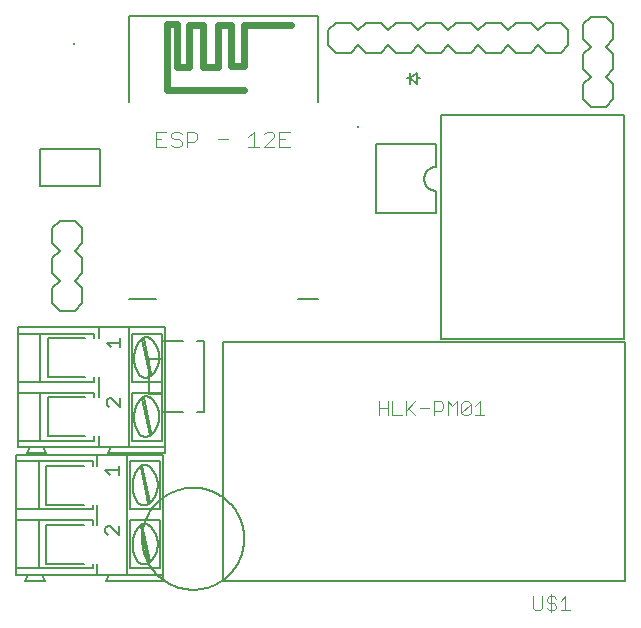
<source format=gto>
G75*
%MOIN*%
%OFA0B0*%
%FSLAX25Y25*%
%IPPOS*%
%LPD*%
%AMOC8*
5,1,8,0,0,1.08239X$1,22.5*
%
%ADD10C,0.00500*%
%ADD11C,0.02400*%
%ADD12C,0.00400*%
%ADD13C,0.00600*%
%ADD14R,0.00787X0.00787*%
%ADD15C,0.00800*%
D10*
X0042579Y0029097D02*
X0043330Y0028346D01*
X0042579Y0029097D02*
X0042579Y0030598D01*
X0043330Y0031349D01*
X0044081Y0031349D01*
X0047083Y0028346D01*
X0047083Y0031349D01*
X0047083Y0048346D02*
X0047083Y0051349D01*
X0047083Y0049847D02*
X0042579Y0049847D01*
X0044081Y0048346D01*
X0061581Y0069189D02*
X0061581Y0075094D01*
X0057054Y0075094D01*
X0057054Y0086906D01*
X0061581Y0086906D01*
X0061581Y0092811D01*
X0061778Y0092811D02*
X0068471Y0092811D01*
X0073196Y0092811D02*
X0075361Y0092811D01*
X0075361Y0069189D01*
X0073196Y0069189D01*
X0068471Y0069189D02*
X0061778Y0069189D01*
X0061581Y0075094D02*
X0061581Y0086906D01*
X0047583Y0090846D02*
X0047583Y0093849D01*
X0047583Y0092347D02*
X0043079Y0092347D01*
X0044581Y0090846D01*
X0044581Y0073849D02*
X0043830Y0073849D01*
X0043079Y0073098D01*
X0043079Y0071597D01*
X0043830Y0070846D01*
X0044581Y0073849D02*
X0047583Y0070846D01*
X0047583Y0073849D01*
X0081833Y0092528D02*
X0081833Y0013000D01*
X0215692Y0013000D01*
X0215692Y0092528D01*
X0081833Y0092528D01*
X0059499Y0106917D02*
X0050444Y0106917D01*
X0040833Y0144500D02*
X0020833Y0144500D01*
X0020833Y0157000D01*
X0040833Y0157000D01*
X0040833Y0144500D01*
X0050444Y0172665D02*
X0050444Y0201406D01*
X0113436Y0201406D01*
X0113436Y0172665D01*
X0143123Y0180500D02*
X0144083Y0180500D01*
X0144083Y0182375D01*
X0144083Y0180500D02*
X0144083Y0178625D01*
X0144083Y0180500D02*
X0146583Y0182375D01*
X0146583Y0180500D01*
X0147543Y0180500D01*
X0146583Y0180500D02*
X0146583Y0178625D01*
X0144083Y0180500D01*
X0154322Y0168402D02*
X0215345Y0168402D01*
X0215345Y0093598D01*
X0154322Y0093598D01*
X0154322Y0168402D01*
X0113436Y0106917D02*
X0106743Y0106917D01*
D11*
X0088633Y0176602D02*
X0063042Y0176602D01*
X0063042Y0178965D01*
X0063042Y0179358D02*
X0063042Y0198650D01*
X0066585Y0198650D01*
X0066585Y0184083D01*
X0070522Y0184083D01*
X0070522Y0198256D01*
X0075247Y0198256D01*
X0075247Y0184083D01*
X0079971Y0184083D01*
X0079971Y0198256D01*
X0084302Y0198256D01*
X0084302Y0184476D01*
X0088633Y0184476D01*
X0088633Y0198256D01*
X0104381Y0198256D01*
D12*
X0104050Y0162715D02*
X0100581Y0162715D01*
X0100581Y0157511D01*
X0104050Y0157511D01*
X0102315Y0160113D02*
X0100581Y0160113D01*
X0098894Y0160981D02*
X0098894Y0161848D01*
X0098027Y0162715D01*
X0096292Y0162715D01*
X0095424Y0161848D01*
X0092003Y0162715D02*
X0092003Y0157511D01*
X0090268Y0157511D02*
X0093738Y0157511D01*
X0095424Y0157511D02*
X0098894Y0160981D01*
X0098894Y0157511D02*
X0095424Y0157511D01*
X0090268Y0160981D02*
X0092003Y0162715D01*
X0083425Y0160113D02*
X0079955Y0160113D01*
X0073112Y0160113D02*
X0072245Y0159246D01*
X0069642Y0159246D01*
X0067956Y0159246D02*
X0067088Y0160113D01*
X0065353Y0160113D01*
X0064486Y0160981D01*
X0064486Y0161848D01*
X0065353Y0162715D01*
X0067088Y0162715D01*
X0067956Y0161848D01*
X0069642Y0162715D02*
X0072245Y0162715D01*
X0073112Y0161848D01*
X0073112Y0160113D01*
X0069642Y0157511D02*
X0069642Y0162715D01*
X0067956Y0159246D02*
X0067956Y0158378D01*
X0067088Y0157511D01*
X0065353Y0157511D01*
X0064486Y0158378D01*
X0062799Y0157511D02*
X0059330Y0157511D01*
X0059330Y0162715D01*
X0062799Y0162715D01*
X0061064Y0160113D02*
X0059330Y0160113D01*
X0133618Y0072804D02*
X0133618Y0068200D01*
X0133618Y0070502D02*
X0136687Y0070502D01*
X0136687Y0072804D02*
X0136687Y0068200D01*
X0138222Y0068200D02*
X0141291Y0068200D01*
X0142825Y0068200D02*
X0142825Y0072804D01*
X0143593Y0070502D02*
X0145895Y0068200D01*
X0142825Y0069735D02*
X0145895Y0072804D01*
X0147429Y0070502D02*
X0150499Y0070502D01*
X0152033Y0069735D02*
X0154335Y0069735D01*
X0155103Y0070502D01*
X0155103Y0072037D01*
X0154335Y0072804D01*
X0152033Y0072804D01*
X0152033Y0068200D01*
X0156637Y0068200D02*
X0156637Y0072804D01*
X0158172Y0071269D01*
X0159706Y0072804D01*
X0159706Y0068200D01*
X0161241Y0068967D02*
X0164310Y0072037D01*
X0164310Y0068967D01*
X0163543Y0068200D01*
X0162008Y0068200D01*
X0161241Y0068967D01*
X0161241Y0072037D01*
X0162008Y0072804D01*
X0163543Y0072804D01*
X0164310Y0072037D01*
X0165845Y0071269D02*
X0167380Y0072804D01*
X0167380Y0068200D01*
X0168914Y0068200D02*
X0165845Y0068200D01*
X0138222Y0068200D02*
X0138222Y0072804D01*
X0191266Y0008571D02*
X0191266Y0002433D01*
X0190499Y0003200D02*
X0192033Y0003200D01*
X0192801Y0003967D01*
X0192801Y0004735D01*
X0192033Y0005502D01*
X0190499Y0005502D01*
X0189731Y0006269D01*
X0189731Y0007037D01*
X0190499Y0007804D01*
X0192033Y0007804D01*
X0192801Y0007037D01*
X0194335Y0006269D02*
X0195870Y0007804D01*
X0195870Y0003200D01*
X0194335Y0003200D02*
X0197405Y0003200D01*
X0190499Y0003200D02*
X0189731Y0003967D01*
X0188197Y0003967D02*
X0188197Y0007804D01*
X0185127Y0007804D02*
X0185127Y0003967D01*
X0185895Y0003200D01*
X0187429Y0003200D01*
X0188197Y0003967D01*
D13*
X0012833Y0015000D02*
X0012833Y0017200D01*
X0020333Y0017200D01*
X0020333Y0033200D01*
X0038333Y0033200D01*
X0038333Y0031700D01*
X0039833Y0031700D02*
X0039833Y0038400D01*
X0038333Y0038400D02*
X0038333Y0036900D01*
X0020333Y0036900D01*
X0020333Y0052900D01*
X0012833Y0052900D01*
X0012833Y0036900D01*
X0012833Y0033200D01*
X0012833Y0017200D01*
X0012833Y0015000D02*
X0016833Y0015000D01*
X0021333Y0015000D01*
X0039833Y0015000D01*
X0039833Y0018700D01*
X0038333Y0018700D02*
X0038333Y0017200D01*
X0020333Y0017200D01*
X0021333Y0015000D02*
X0022333Y0013000D01*
X0015833Y0013000D01*
X0016833Y0015000D01*
X0022833Y0018700D02*
X0022833Y0031700D01*
X0035333Y0031700D01*
X0035333Y0038400D02*
X0022833Y0038400D01*
X0022833Y0051400D01*
X0035333Y0051400D01*
X0038333Y0051400D02*
X0038333Y0052900D01*
X0020333Y0052900D01*
X0022833Y0055500D02*
X0016333Y0055500D01*
X0017333Y0057500D01*
X0021833Y0057500D01*
X0040333Y0057500D01*
X0040333Y0061200D01*
X0038833Y0061200D02*
X0038833Y0059700D01*
X0020833Y0059700D01*
X0013333Y0059700D01*
X0013333Y0057500D01*
X0017333Y0057500D01*
X0020833Y0059700D02*
X0020833Y0075700D01*
X0038833Y0075700D01*
X0038833Y0074200D01*
X0040333Y0074200D02*
X0040333Y0080900D01*
X0038833Y0080900D02*
X0038833Y0079400D01*
X0020833Y0079400D01*
X0020833Y0095400D01*
X0013333Y0095400D01*
X0013333Y0079400D01*
X0013333Y0075700D01*
X0013333Y0059700D01*
X0012833Y0055000D02*
X0039833Y0055000D01*
X0039833Y0051400D01*
X0039833Y0055000D02*
X0049833Y0055000D01*
X0061833Y0055000D01*
X0061833Y0015000D01*
X0061833Y0013000D01*
X0042833Y0013000D01*
X0043833Y0015000D01*
X0049833Y0015000D01*
X0049833Y0055000D01*
X0050833Y0052900D02*
X0060833Y0052900D01*
X0060833Y0036900D01*
X0050833Y0036900D01*
X0050833Y0052900D01*
X0054333Y0050800D02*
X0056833Y0038800D01*
X0057333Y0039300D02*
X0054833Y0051300D01*
X0053592Y0050534D02*
X0053641Y0050618D01*
X0053693Y0050699D01*
X0053748Y0050778D01*
X0053807Y0050855D01*
X0053868Y0050929D01*
X0053933Y0051001D01*
X0054001Y0051070D01*
X0054071Y0051136D01*
X0054144Y0051199D01*
X0054220Y0051259D01*
X0054298Y0051315D01*
X0054378Y0051369D01*
X0054460Y0051419D01*
X0054545Y0051466D01*
X0054631Y0051509D01*
X0054719Y0051549D01*
X0054809Y0051585D01*
X0054900Y0051617D01*
X0054992Y0051645D01*
X0055085Y0051670D01*
X0055179Y0051691D01*
X0055275Y0051707D01*
X0055370Y0051720D01*
X0055466Y0051729D01*
X0055563Y0051734D01*
X0055659Y0051735D01*
X0055756Y0051732D01*
X0055852Y0051725D01*
X0055948Y0051714D01*
X0056043Y0051699D01*
X0056138Y0051680D01*
X0056232Y0051657D01*
X0056324Y0051630D01*
X0056416Y0051600D01*
X0056506Y0051566D01*
X0056595Y0051528D01*
X0056682Y0051486D01*
X0056767Y0051441D01*
X0056851Y0051392D01*
X0056932Y0051340D01*
X0057011Y0051285D01*
X0057088Y0051226D01*
X0057162Y0051165D01*
X0057234Y0051100D01*
X0057033Y0051300D02*
X0057184Y0051175D01*
X0057333Y0051046D01*
X0057478Y0050913D01*
X0057619Y0050777D01*
X0057758Y0050637D01*
X0057893Y0050495D01*
X0058024Y0050348D01*
X0058152Y0050199D01*
X0058276Y0050047D01*
X0058397Y0049892D01*
X0058513Y0049734D01*
X0058626Y0049573D01*
X0058735Y0049409D01*
X0058840Y0049243D01*
X0058941Y0049074D01*
X0059038Y0048903D01*
X0059130Y0048730D01*
X0059218Y0048554D01*
X0059302Y0048376D01*
X0059382Y0048197D01*
X0059457Y0048015D01*
X0059528Y0047832D01*
X0059595Y0047647D01*
X0059657Y0047460D01*
X0059714Y0047272D01*
X0059767Y0047083D01*
X0059815Y0046893D01*
X0059859Y0046701D01*
X0059897Y0046508D01*
X0059932Y0046315D01*
X0059961Y0046120D01*
X0059986Y0045925D01*
X0060006Y0045730D01*
X0060021Y0045534D01*
X0060032Y0045338D01*
X0060038Y0045141D01*
X0060039Y0044945D01*
X0060035Y0044748D01*
X0060027Y0044552D01*
X0060013Y0044356D01*
X0059995Y0044160D01*
X0059973Y0043965D01*
X0059945Y0043770D01*
X0059913Y0043576D01*
X0059876Y0043383D01*
X0059835Y0043191D01*
X0059788Y0043000D01*
X0059738Y0042810D01*
X0059682Y0042622D01*
X0059622Y0042435D01*
X0059558Y0042249D01*
X0059489Y0042065D01*
X0059416Y0041883D01*
X0059338Y0041702D01*
X0059256Y0041524D01*
X0059169Y0041347D01*
X0059079Y0041173D01*
X0058984Y0041001D01*
X0058885Y0040831D01*
X0058782Y0040664D01*
X0058674Y0040499D01*
X0058563Y0040337D01*
X0058448Y0040177D01*
X0058329Y0040021D01*
X0058207Y0039867D01*
X0058081Y0039717D01*
X0057951Y0039569D01*
X0057817Y0039425D01*
X0057680Y0039284D01*
X0057540Y0039146D01*
X0057396Y0039012D01*
X0057250Y0038881D01*
X0057233Y0038901D02*
X0057156Y0038834D01*
X0057077Y0038771D01*
X0056996Y0038711D01*
X0056913Y0038653D01*
X0056827Y0038599D01*
X0056739Y0038549D01*
X0056650Y0038501D01*
X0056559Y0038457D01*
X0056466Y0038416D01*
X0056372Y0038379D01*
X0056277Y0038346D01*
X0056180Y0038316D01*
X0056082Y0038289D01*
X0055983Y0038267D01*
X0055884Y0038248D01*
X0055784Y0038233D01*
X0055683Y0038222D01*
X0055582Y0038214D01*
X0055481Y0038210D01*
X0055380Y0038211D01*
X0055279Y0038214D01*
X0055178Y0038222D01*
X0055077Y0038234D01*
X0054977Y0038249D01*
X0054878Y0038268D01*
X0054779Y0038291D01*
X0054681Y0038317D01*
X0054585Y0038347D01*
X0054489Y0038381D01*
X0054395Y0038418D01*
X0054303Y0038459D01*
X0054211Y0038503D01*
X0054122Y0038551D01*
X0054035Y0038602D01*
X0053949Y0038656D01*
X0053866Y0038714D01*
X0053785Y0038774D01*
X0053706Y0038838D01*
X0053630Y0038904D01*
X0053556Y0038973D01*
X0053485Y0039045D01*
X0053416Y0039120D01*
X0050833Y0033200D02*
X0050833Y0017200D01*
X0060833Y0017200D01*
X0060833Y0033200D01*
X0050833Y0033200D01*
X0054333Y0031100D02*
X0056833Y0019100D01*
X0057333Y0019600D02*
X0054833Y0031600D01*
X0053592Y0030834D02*
X0053641Y0030918D01*
X0053693Y0030999D01*
X0053748Y0031078D01*
X0053807Y0031155D01*
X0053868Y0031229D01*
X0053933Y0031301D01*
X0054001Y0031370D01*
X0054071Y0031436D01*
X0054144Y0031499D01*
X0054220Y0031559D01*
X0054298Y0031615D01*
X0054378Y0031669D01*
X0054460Y0031719D01*
X0054545Y0031766D01*
X0054631Y0031809D01*
X0054719Y0031849D01*
X0054809Y0031885D01*
X0054900Y0031917D01*
X0054992Y0031945D01*
X0055085Y0031970D01*
X0055179Y0031991D01*
X0055275Y0032007D01*
X0055370Y0032020D01*
X0055466Y0032029D01*
X0055563Y0032034D01*
X0055659Y0032035D01*
X0055756Y0032032D01*
X0055852Y0032025D01*
X0055948Y0032014D01*
X0056043Y0031999D01*
X0056138Y0031980D01*
X0056232Y0031957D01*
X0056324Y0031930D01*
X0056416Y0031900D01*
X0056506Y0031866D01*
X0056595Y0031828D01*
X0056682Y0031786D01*
X0056767Y0031741D01*
X0056851Y0031692D01*
X0056932Y0031640D01*
X0057011Y0031585D01*
X0057088Y0031526D01*
X0057162Y0031465D01*
X0057234Y0031400D01*
X0053733Y0031000D02*
X0053589Y0030815D01*
X0053449Y0030627D01*
X0053314Y0030435D01*
X0053184Y0030240D01*
X0053058Y0030042D01*
X0052937Y0029841D01*
X0052822Y0029637D01*
X0052711Y0029431D01*
X0052605Y0029221D01*
X0052505Y0029010D01*
X0052410Y0028795D01*
X0052320Y0028579D01*
X0052235Y0028360D01*
X0052156Y0028140D01*
X0052082Y0027917D01*
X0052013Y0027693D01*
X0051950Y0027467D01*
X0051893Y0027240D01*
X0051841Y0027011D01*
X0051795Y0026781D01*
X0051754Y0026550D01*
X0051719Y0026318D01*
X0051690Y0026086D01*
X0051666Y0025852D01*
X0051648Y0025619D01*
X0051636Y0025384D01*
X0051629Y0025150D01*
X0051628Y0024916D01*
X0051633Y0024681D01*
X0051644Y0024447D01*
X0051660Y0024213D01*
X0051682Y0023980D01*
X0051710Y0023747D01*
X0051744Y0023515D01*
X0051783Y0023284D01*
X0051827Y0023053D01*
X0051878Y0022824D01*
X0051934Y0022597D01*
X0051995Y0022370D01*
X0052062Y0022146D01*
X0052134Y0021923D01*
X0052212Y0021701D01*
X0052295Y0021482D01*
X0052384Y0021265D01*
X0052478Y0021050D01*
X0052577Y0020838D01*
X0052681Y0020628D01*
X0052790Y0020420D01*
X0052904Y0020216D01*
X0053024Y0020014D01*
X0053148Y0019815D01*
X0053277Y0019619D01*
X0053411Y0019426D01*
X0053549Y0019237D01*
X0053416Y0019420D02*
X0053485Y0019345D01*
X0053556Y0019273D01*
X0053630Y0019204D01*
X0053706Y0019138D01*
X0053785Y0019074D01*
X0053866Y0019014D01*
X0053949Y0018956D01*
X0054035Y0018902D01*
X0054122Y0018851D01*
X0054211Y0018803D01*
X0054303Y0018759D01*
X0054395Y0018718D01*
X0054489Y0018681D01*
X0054585Y0018647D01*
X0054681Y0018617D01*
X0054779Y0018591D01*
X0054878Y0018568D01*
X0054977Y0018549D01*
X0055077Y0018534D01*
X0055178Y0018522D01*
X0055279Y0018514D01*
X0055380Y0018511D01*
X0055481Y0018510D01*
X0055582Y0018514D01*
X0055683Y0018522D01*
X0055784Y0018533D01*
X0055884Y0018548D01*
X0055983Y0018567D01*
X0056082Y0018589D01*
X0056180Y0018616D01*
X0056277Y0018646D01*
X0056372Y0018679D01*
X0056466Y0018716D01*
X0056559Y0018757D01*
X0056650Y0018801D01*
X0056739Y0018849D01*
X0056827Y0018899D01*
X0056913Y0018953D01*
X0056996Y0019011D01*
X0057077Y0019071D01*
X0057156Y0019134D01*
X0057233Y0019201D01*
X0061833Y0015000D02*
X0049833Y0015000D01*
X0043833Y0015000D02*
X0039833Y0015000D01*
X0035333Y0018700D02*
X0022833Y0018700D01*
X0020333Y0033200D02*
X0012833Y0033200D01*
X0012833Y0036900D02*
X0020333Y0036900D01*
X0012833Y0052900D02*
X0012833Y0055000D01*
X0021833Y0057500D02*
X0022833Y0055500D01*
X0023333Y0061200D02*
X0023333Y0074200D01*
X0035833Y0074200D01*
X0035833Y0080900D02*
X0023333Y0080900D01*
X0023333Y0093900D01*
X0035833Y0093900D01*
X0038833Y0093900D02*
X0038833Y0095400D01*
X0020833Y0095400D01*
X0013333Y0095400D02*
X0013333Y0097500D01*
X0040333Y0097500D01*
X0040333Y0093900D01*
X0040333Y0097500D02*
X0050333Y0097500D01*
X0062333Y0097500D01*
X0062333Y0057500D01*
X0062333Y0055500D01*
X0043333Y0055500D01*
X0044333Y0057500D01*
X0050333Y0057500D01*
X0050333Y0097500D01*
X0051333Y0095400D02*
X0061333Y0095400D01*
X0061333Y0079400D01*
X0051333Y0079400D01*
X0051333Y0095400D01*
X0054833Y0093300D02*
X0057333Y0081300D01*
X0057833Y0081800D02*
X0055333Y0093800D01*
X0054092Y0093034D02*
X0054141Y0093118D01*
X0054193Y0093199D01*
X0054248Y0093278D01*
X0054307Y0093355D01*
X0054368Y0093429D01*
X0054433Y0093501D01*
X0054501Y0093570D01*
X0054571Y0093636D01*
X0054644Y0093699D01*
X0054720Y0093759D01*
X0054798Y0093815D01*
X0054878Y0093869D01*
X0054960Y0093919D01*
X0055045Y0093966D01*
X0055131Y0094009D01*
X0055219Y0094049D01*
X0055309Y0094085D01*
X0055400Y0094117D01*
X0055492Y0094145D01*
X0055585Y0094170D01*
X0055679Y0094191D01*
X0055775Y0094207D01*
X0055870Y0094220D01*
X0055966Y0094229D01*
X0056063Y0094234D01*
X0056159Y0094235D01*
X0056256Y0094232D01*
X0056352Y0094225D01*
X0056448Y0094214D01*
X0056543Y0094199D01*
X0056638Y0094180D01*
X0056732Y0094157D01*
X0056824Y0094130D01*
X0056916Y0094100D01*
X0057006Y0094066D01*
X0057095Y0094028D01*
X0057182Y0093986D01*
X0057267Y0093941D01*
X0057351Y0093892D01*
X0057432Y0093840D01*
X0057511Y0093785D01*
X0057588Y0093726D01*
X0057662Y0093665D01*
X0057734Y0093600D01*
X0054233Y0093200D02*
X0054089Y0093016D01*
X0053949Y0092827D01*
X0053814Y0092636D01*
X0053684Y0092441D01*
X0053558Y0092243D01*
X0053438Y0092042D01*
X0053322Y0091838D01*
X0053211Y0091631D01*
X0053106Y0091422D01*
X0053005Y0091210D01*
X0052910Y0090996D01*
X0052820Y0090779D01*
X0052735Y0090560D01*
X0052656Y0090340D01*
X0052582Y0090117D01*
X0052513Y0089893D01*
X0052450Y0089667D01*
X0052393Y0089440D01*
X0052341Y0089211D01*
X0052295Y0088981D01*
X0052254Y0088750D01*
X0052219Y0088519D01*
X0052190Y0088286D01*
X0052166Y0088053D01*
X0052148Y0087819D01*
X0052136Y0087585D01*
X0052129Y0087350D01*
X0052128Y0087116D01*
X0052133Y0086882D01*
X0052144Y0086647D01*
X0052160Y0086413D01*
X0052182Y0086180D01*
X0052210Y0085947D01*
X0052243Y0085715D01*
X0052283Y0085484D01*
X0052327Y0085254D01*
X0052378Y0085025D01*
X0052433Y0084797D01*
X0052495Y0084571D01*
X0052562Y0084346D01*
X0052634Y0084123D01*
X0052712Y0083902D01*
X0052795Y0083683D01*
X0052884Y0083466D01*
X0052978Y0083251D01*
X0053077Y0083038D01*
X0053181Y0082828D01*
X0053290Y0082621D01*
X0053404Y0082416D01*
X0053524Y0082214D01*
X0053648Y0082015D01*
X0053777Y0081819D01*
X0053910Y0081627D01*
X0054049Y0081437D01*
X0053916Y0081620D02*
X0053985Y0081545D01*
X0054056Y0081473D01*
X0054130Y0081404D01*
X0054206Y0081338D01*
X0054285Y0081274D01*
X0054366Y0081214D01*
X0054449Y0081156D01*
X0054535Y0081102D01*
X0054622Y0081051D01*
X0054711Y0081003D01*
X0054803Y0080959D01*
X0054895Y0080918D01*
X0054989Y0080881D01*
X0055085Y0080847D01*
X0055181Y0080817D01*
X0055279Y0080791D01*
X0055378Y0080768D01*
X0055477Y0080749D01*
X0055577Y0080734D01*
X0055678Y0080722D01*
X0055779Y0080714D01*
X0055880Y0080711D01*
X0055981Y0080710D01*
X0056082Y0080714D01*
X0056183Y0080722D01*
X0056284Y0080733D01*
X0056384Y0080748D01*
X0056483Y0080767D01*
X0056582Y0080789D01*
X0056680Y0080816D01*
X0056777Y0080846D01*
X0056872Y0080879D01*
X0056966Y0080916D01*
X0057059Y0080957D01*
X0057150Y0081001D01*
X0057239Y0081049D01*
X0057327Y0081099D01*
X0057413Y0081153D01*
X0057496Y0081211D01*
X0057577Y0081271D01*
X0057656Y0081334D01*
X0057733Y0081401D01*
X0057750Y0081381D02*
X0057896Y0081512D01*
X0058040Y0081646D01*
X0058180Y0081784D01*
X0058317Y0081925D01*
X0058451Y0082069D01*
X0058581Y0082217D01*
X0058707Y0082367D01*
X0058829Y0082521D01*
X0058948Y0082677D01*
X0059063Y0082837D01*
X0059174Y0082999D01*
X0059282Y0083164D01*
X0059385Y0083331D01*
X0059484Y0083501D01*
X0059579Y0083673D01*
X0059669Y0083847D01*
X0059756Y0084024D01*
X0059838Y0084202D01*
X0059916Y0084383D01*
X0059989Y0084565D01*
X0060058Y0084749D01*
X0060122Y0084935D01*
X0060182Y0085122D01*
X0060238Y0085310D01*
X0060288Y0085500D01*
X0060335Y0085691D01*
X0060376Y0085883D01*
X0060413Y0086076D01*
X0060445Y0086270D01*
X0060473Y0086465D01*
X0060495Y0086660D01*
X0060513Y0086856D01*
X0060527Y0087052D01*
X0060535Y0087248D01*
X0060539Y0087445D01*
X0060538Y0087641D01*
X0060532Y0087838D01*
X0060521Y0088034D01*
X0060506Y0088230D01*
X0060486Y0088425D01*
X0060461Y0088620D01*
X0060432Y0088815D01*
X0060397Y0089008D01*
X0060359Y0089201D01*
X0060315Y0089393D01*
X0060267Y0089583D01*
X0060214Y0089772D01*
X0060157Y0089960D01*
X0060095Y0090147D01*
X0060028Y0090332D01*
X0059957Y0090515D01*
X0059882Y0090697D01*
X0059802Y0090876D01*
X0059718Y0091054D01*
X0059630Y0091230D01*
X0059538Y0091403D01*
X0059441Y0091574D01*
X0059340Y0091743D01*
X0059235Y0091909D01*
X0059126Y0092073D01*
X0059013Y0092234D01*
X0058897Y0092392D01*
X0058776Y0092547D01*
X0058652Y0092699D01*
X0058524Y0092848D01*
X0058393Y0092995D01*
X0058258Y0093137D01*
X0058119Y0093277D01*
X0057978Y0093413D01*
X0057833Y0093546D01*
X0057684Y0093675D01*
X0057533Y0093800D01*
X0061333Y0075700D02*
X0051333Y0075700D01*
X0051333Y0059700D01*
X0061333Y0059700D01*
X0061333Y0075700D01*
X0057734Y0073900D02*
X0057662Y0073965D01*
X0057588Y0074026D01*
X0057511Y0074085D01*
X0057432Y0074140D01*
X0057351Y0074192D01*
X0057267Y0074241D01*
X0057182Y0074286D01*
X0057095Y0074328D01*
X0057006Y0074366D01*
X0056916Y0074400D01*
X0056824Y0074430D01*
X0056732Y0074457D01*
X0056638Y0074480D01*
X0056543Y0074499D01*
X0056448Y0074514D01*
X0056352Y0074525D01*
X0056256Y0074532D01*
X0056159Y0074535D01*
X0056063Y0074534D01*
X0055966Y0074529D01*
X0055870Y0074520D01*
X0055775Y0074507D01*
X0055679Y0074491D01*
X0055585Y0074470D01*
X0055492Y0074445D01*
X0055400Y0074417D01*
X0055309Y0074385D01*
X0055219Y0074349D01*
X0055131Y0074309D01*
X0055045Y0074266D01*
X0054960Y0074219D01*
X0054878Y0074169D01*
X0054798Y0074115D01*
X0054720Y0074059D01*
X0054644Y0073999D01*
X0054571Y0073936D01*
X0054501Y0073870D01*
X0054433Y0073801D01*
X0054368Y0073729D01*
X0054307Y0073655D01*
X0054248Y0073578D01*
X0054193Y0073499D01*
X0054141Y0073418D01*
X0054092Y0073334D01*
X0054833Y0073600D02*
X0057333Y0061600D01*
X0057833Y0062100D02*
X0055333Y0074100D01*
X0057533Y0074099D02*
X0057684Y0073974D01*
X0057832Y0073845D01*
X0057977Y0073712D01*
X0058119Y0073576D01*
X0058257Y0073436D01*
X0058392Y0073294D01*
X0058524Y0073147D01*
X0058651Y0072998D01*
X0058776Y0072846D01*
X0058896Y0072691D01*
X0059013Y0072533D01*
X0059126Y0072372D01*
X0059234Y0072208D01*
X0059339Y0072042D01*
X0059440Y0071873D01*
X0059537Y0071702D01*
X0059629Y0071529D01*
X0059718Y0071353D01*
X0059802Y0071175D01*
X0059881Y0070996D01*
X0059957Y0070814D01*
X0060027Y0070631D01*
X0060094Y0070446D01*
X0060156Y0070260D01*
X0060213Y0070072D01*
X0060266Y0069882D01*
X0060314Y0069692D01*
X0060358Y0069500D01*
X0060397Y0069308D01*
X0060431Y0069114D01*
X0060460Y0068920D01*
X0060485Y0068725D01*
X0060505Y0068529D01*
X0060520Y0068333D01*
X0060531Y0068137D01*
X0060537Y0067941D01*
X0060538Y0067744D01*
X0060534Y0067548D01*
X0060526Y0067351D01*
X0060512Y0067155D01*
X0060494Y0066960D01*
X0060472Y0066765D01*
X0060444Y0066570D01*
X0060412Y0066376D01*
X0060375Y0066183D01*
X0060334Y0065991D01*
X0060287Y0065800D01*
X0060237Y0065610D01*
X0060181Y0065422D01*
X0060121Y0065234D01*
X0060057Y0065049D01*
X0059988Y0064865D01*
X0059914Y0064683D01*
X0059837Y0064502D01*
X0059755Y0064324D01*
X0059668Y0064147D01*
X0059577Y0063973D01*
X0059483Y0063801D01*
X0059384Y0063631D01*
X0059280Y0063464D01*
X0059173Y0063299D01*
X0059062Y0063137D01*
X0058947Y0062977D01*
X0058828Y0062821D01*
X0058706Y0062667D01*
X0058579Y0062517D01*
X0058450Y0062369D01*
X0058316Y0062225D01*
X0058179Y0062084D01*
X0058039Y0061946D01*
X0057895Y0061812D01*
X0057749Y0061682D01*
X0057733Y0061701D02*
X0057656Y0061634D01*
X0057577Y0061571D01*
X0057496Y0061511D01*
X0057413Y0061453D01*
X0057327Y0061399D01*
X0057239Y0061349D01*
X0057150Y0061301D01*
X0057059Y0061257D01*
X0056966Y0061216D01*
X0056872Y0061179D01*
X0056777Y0061146D01*
X0056680Y0061116D01*
X0056582Y0061089D01*
X0056483Y0061067D01*
X0056384Y0061048D01*
X0056284Y0061033D01*
X0056183Y0061022D01*
X0056082Y0061014D01*
X0055981Y0061010D01*
X0055880Y0061011D01*
X0055779Y0061014D01*
X0055678Y0061022D01*
X0055577Y0061034D01*
X0055477Y0061049D01*
X0055378Y0061068D01*
X0055279Y0061091D01*
X0055181Y0061117D01*
X0055085Y0061147D01*
X0054989Y0061181D01*
X0054895Y0061218D01*
X0054803Y0061259D01*
X0054711Y0061303D01*
X0054622Y0061351D01*
X0054535Y0061402D01*
X0054449Y0061456D01*
X0054366Y0061514D01*
X0054285Y0061574D01*
X0054206Y0061638D01*
X0054130Y0061704D01*
X0054056Y0061773D01*
X0053985Y0061845D01*
X0053916Y0061920D01*
X0050333Y0057500D02*
X0062333Y0057500D01*
X0054049Y0061737D02*
X0053911Y0061926D01*
X0053777Y0062119D01*
X0053648Y0062315D01*
X0053524Y0062514D01*
X0053404Y0062716D01*
X0053290Y0062920D01*
X0053181Y0063128D01*
X0053077Y0063338D01*
X0052978Y0063550D01*
X0052884Y0063765D01*
X0052795Y0063982D01*
X0052712Y0064201D01*
X0052634Y0064423D01*
X0052562Y0064646D01*
X0052495Y0064870D01*
X0052434Y0065097D01*
X0052378Y0065324D01*
X0052327Y0065553D01*
X0052283Y0065784D01*
X0052244Y0066015D01*
X0052210Y0066247D01*
X0052182Y0066480D01*
X0052160Y0066713D01*
X0052144Y0066947D01*
X0052133Y0067181D01*
X0052128Y0067416D01*
X0052129Y0067650D01*
X0052136Y0067884D01*
X0052148Y0068119D01*
X0052166Y0068352D01*
X0052190Y0068586D01*
X0052219Y0068818D01*
X0052254Y0069050D01*
X0052295Y0069281D01*
X0052341Y0069511D01*
X0052393Y0069740D01*
X0052450Y0069967D01*
X0052513Y0070193D01*
X0052582Y0070417D01*
X0052656Y0070640D01*
X0052735Y0070860D01*
X0052820Y0071079D01*
X0052910Y0071295D01*
X0053005Y0071510D01*
X0053105Y0071721D01*
X0053211Y0071931D01*
X0053322Y0072137D01*
X0053437Y0072341D01*
X0053558Y0072542D01*
X0053684Y0072740D01*
X0053814Y0072935D01*
X0053949Y0073127D01*
X0054089Y0073315D01*
X0054233Y0073500D01*
X0044333Y0057500D02*
X0040333Y0057500D01*
X0035833Y0061200D02*
X0023333Y0061200D01*
X0020833Y0075700D02*
X0013333Y0075700D01*
X0013333Y0079400D02*
X0020833Y0079400D01*
X0053733Y0050700D02*
X0053589Y0050516D01*
X0053449Y0050327D01*
X0053314Y0050136D01*
X0053184Y0049941D01*
X0053058Y0049743D01*
X0052938Y0049542D01*
X0052822Y0049338D01*
X0052711Y0049131D01*
X0052606Y0048922D01*
X0052505Y0048710D01*
X0052410Y0048496D01*
X0052320Y0048279D01*
X0052235Y0048060D01*
X0052156Y0047840D01*
X0052082Y0047617D01*
X0052013Y0047393D01*
X0051950Y0047167D01*
X0051893Y0046940D01*
X0051841Y0046711D01*
X0051795Y0046481D01*
X0051754Y0046250D01*
X0051719Y0046019D01*
X0051690Y0045786D01*
X0051666Y0045553D01*
X0051648Y0045319D01*
X0051636Y0045085D01*
X0051629Y0044850D01*
X0051628Y0044616D01*
X0051633Y0044382D01*
X0051644Y0044147D01*
X0051660Y0043913D01*
X0051682Y0043680D01*
X0051710Y0043447D01*
X0051743Y0043215D01*
X0051783Y0042984D01*
X0051827Y0042754D01*
X0051878Y0042525D01*
X0051933Y0042297D01*
X0051995Y0042071D01*
X0052062Y0041846D01*
X0052134Y0041623D01*
X0052212Y0041402D01*
X0052295Y0041183D01*
X0052384Y0040966D01*
X0052478Y0040751D01*
X0052577Y0040538D01*
X0052681Y0040328D01*
X0052790Y0040121D01*
X0052904Y0039916D01*
X0053024Y0039714D01*
X0053148Y0039515D01*
X0053277Y0039319D01*
X0053410Y0039127D01*
X0053549Y0038937D01*
X0057033Y0031599D02*
X0057184Y0031474D01*
X0057332Y0031345D01*
X0057477Y0031212D01*
X0057619Y0031076D01*
X0057757Y0030936D01*
X0057892Y0030794D01*
X0058024Y0030647D01*
X0058151Y0030498D01*
X0058276Y0030346D01*
X0058396Y0030191D01*
X0058513Y0030033D01*
X0058626Y0029872D01*
X0058734Y0029708D01*
X0058839Y0029542D01*
X0058940Y0029373D01*
X0059037Y0029202D01*
X0059129Y0029029D01*
X0059218Y0028853D01*
X0059302Y0028675D01*
X0059381Y0028496D01*
X0059457Y0028314D01*
X0059527Y0028131D01*
X0059594Y0027946D01*
X0059656Y0027760D01*
X0059713Y0027572D01*
X0059766Y0027382D01*
X0059814Y0027192D01*
X0059858Y0027000D01*
X0059897Y0026808D01*
X0059931Y0026614D01*
X0059960Y0026420D01*
X0059985Y0026225D01*
X0060005Y0026029D01*
X0060020Y0025833D01*
X0060031Y0025637D01*
X0060037Y0025441D01*
X0060038Y0025244D01*
X0060034Y0025048D01*
X0060026Y0024851D01*
X0060012Y0024655D01*
X0059994Y0024460D01*
X0059972Y0024265D01*
X0059944Y0024070D01*
X0059912Y0023876D01*
X0059875Y0023683D01*
X0059834Y0023491D01*
X0059787Y0023300D01*
X0059737Y0023110D01*
X0059681Y0022922D01*
X0059621Y0022734D01*
X0059557Y0022549D01*
X0059488Y0022365D01*
X0059414Y0022183D01*
X0059337Y0022002D01*
X0059255Y0021824D01*
X0059168Y0021647D01*
X0059077Y0021473D01*
X0058983Y0021301D01*
X0058884Y0021131D01*
X0058780Y0020964D01*
X0058673Y0020799D01*
X0058562Y0020637D01*
X0058447Y0020477D01*
X0058328Y0020321D01*
X0058206Y0020167D01*
X0058079Y0020017D01*
X0057950Y0019869D01*
X0057816Y0019725D01*
X0057679Y0019584D01*
X0057539Y0019446D01*
X0057395Y0019312D01*
X0057249Y0019182D01*
X0054833Y0027000D02*
X0054838Y0027417D01*
X0054853Y0027834D01*
X0054879Y0028251D01*
X0054915Y0028666D01*
X0054961Y0029081D01*
X0055017Y0029494D01*
X0055083Y0029906D01*
X0055160Y0030317D01*
X0055246Y0030725D01*
X0055342Y0031131D01*
X0055449Y0031534D01*
X0055565Y0031935D01*
X0055691Y0032333D01*
X0055827Y0032727D01*
X0055972Y0033118D01*
X0056127Y0033506D01*
X0056291Y0033889D01*
X0056465Y0034268D01*
X0056648Y0034643D01*
X0056840Y0035014D01*
X0057042Y0035379D01*
X0057252Y0035740D01*
X0057470Y0036095D01*
X0057698Y0036445D01*
X0057934Y0036789D01*
X0058178Y0037127D01*
X0058431Y0037459D01*
X0058692Y0037785D01*
X0058960Y0038104D01*
X0059237Y0038417D01*
X0059521Y0038722D01*
X0059812Y0039021D01*
X0060111Y0039312D01*
X0060416Y0039596D01*
X0060729Y0039873D01*
X0061048Y0040141D01*
X0061374Y0040402D01*
X0061706Y0040655D01*
X0062044Y0040899D01*
X0062388Y0041135D01*
X0062738Y0041363D01*
X0063093Y0041581D01*
X0063454Y0041791D01*
X0063819Y0041993D01*
X0064190Y0042185D01*
X0064565Y0042368D01*
X0064944Y0042542D01*
X0065327Y0042706D01*
X0065715Y0042861D01*
X0066106Y0043006D01*
X0066500Y0043142D01*
X0066898Y0043268D01*
X0067299Y0043384D01*
X0067702Y0043491D01*
X0068108Y0043587D01*
X0068516Y0043673D01*
X0068927Y0043750D01*
X0069339Y0043816D01*
X0069752Y0043872D01*
X0070167Y0043918D01*
X0070582Y0043954D01*
X0070999Y0043980D01*
X0071416Y0043995D01*
X0071833Y0044000D01*
X0072250Y0043995D01*
X0072667Y0043980D01*
X0073084Y0043954D01*
X0073499Y0043918D01*
X0073914Y0043872D01*
X0074327Y0043816D01*
X0074739Y0043750D01*
X0075150Y0043673D01*
X0075558Y0043587D01*
X0075964Y0043491D01*
X0076367Y0043384D01*
X0076768Y0043268D01*
X0077166Y0043142D01*
X0077560Y0043006D01*
X0077951Y0042861D01*
X0078339Y0042706D01*
X0078722Y0042542D01*
X0079101Y0042368D01*
X0079476Y0042185D01*
X0079847Y0041993D01*
X0080212Y0041791D01*
X0080573Y0041581D01*
X0080928Y0041363D01*
X0081278Y0041135D01*
X0081622Y0040899D01*
X0081960Y0040655D01*
X0082292Y0040402D01*
X0082618Y0040141D01*
X0082937Y0039873D01*
X0083250Y0039596D01*
X0083555Y0039312D01*
X0083854Y0039021D01*
X0084145Y0038722D01*
X0084429Y0038417D01*
X0084706Y0038104D01*
X0084974Y0037785D01*
X0085235Y0037459D01*
X0085488Y0037127D01*
X0085732Y0036789D01*
X0085968Y0036445D01*
X0086196Y0036095D01*
X0086414Y0035740D01*
X0086624Y0035379D01*
X0086826Y0035014D01*
X0087018Y0034643D01*
X0087201Y0034268D01*
X0087375Y0033889D01*
X0087539Y0033506D01*
X0087694Y0033118D01*
X0087839Y0032727D01*
X0087975Y0032333D01*
X0088101Y0031935D01*
X0088217Y0031534D01*
X0088324Y0031131D01*
X0088420Y0030725D01*
X0088506Y0030317D01*
X0088583Y0029906D01*
X0088649Y0029494D01*
X0088705Y0029081D01*
X0088751Y0028666D01*
X0088787Y0028251D01*
X0088813Y0027834D01*
X0088828Y0027417D01*
X0088833Y0027000D01*
X0088828Y0026583D01*
X0088813Y0026166D01*
X0088787Y0025749D01*
X0088751Y0025334D01*
X0088705Y0024919D01*
X0088649Y0024506D01*
X0088583Y0024094D01*
X0088506Y0023683D01*
X0088420Y0023275D01*
X0088324Y0022869D01*
X0088217Y0022466D01*
X0088101Y0022065D01*
X0087975Y0021667D01*
X0087839Y0021273D01*
X0087694Y0020882D01*
X0087539Y0020494D01*
X0087375Y0020111D01*
X0087201Y0019732D01*
X0087018Y0019357D01*
X0086826Y0018986D01*
X0086624Y0018621D01*
X0086414Y0018260D01*
X0086196Y0017905D01*
X0085968Y0017555D01*
X0085732Y0017211D01*
X0085488Y0016873D01*
X0085235Y0016541D01*
X0084974Y0016215D01*
X0084706Y0015896D01*
X0084429Y0015583D01*
X0084145Y0015278D01*
X0083854Y0014979D01*
X0083555Y0014688D01*
X0083250Y0014404D01*
X0082937Y0014127D01*
X0082618Y0013859D01*
X0082292Y0013598D01*
X0081960Y0013345D01*
X0081622Y0013101D01*
X0081278Y0012865D01*
X0080928Y0012637D01*
X0080573Y0012419D01*
X0080212Y0012209D01*
X0079847Y0012007D01*
X0079476Y0011815D01*
X0079101Y0011632D01*
X0078722Y0011458D01*
X0078339Y0011294D01*
X0077951Y0011139D01*
X0077560Y0010994D01*
X0077166Y0010858D01*
X0076768Y0010732D01*
X0076367Y0010616D01*
X0075964Y0010509D01*
X0075558Y0010413D01*
X0075150Y0010327D01*
X0074739Y0010250D01*
X0074327Y0010184D01*
X0073914Y0010128D01*
X0073499Y0010082D01*
X0073084Y0010046D01*
X0072667Y0010020D01*
X0072250Y0010005D01*
X0071833Y0010000D01*
X0071416Y0010005D01*
X0070999Y0010020D01*
X0070582Y0010046D01*
X0070167Y0010082D01*
X0069752Y0010128D01*
X0069339Y0010184D01*
X0068927Y0010250D01*
X0068516Y0010327D01*
X0068108Y0010413D01*
X0067702Y0010509D01*
X0067299Y0010616D01*
X0066898Y0010732D01*
X0066500Y0010858D01*
X0066106Y0010994D01*
X0065715Y0011139D01*
X0065327Y0011294D01*
X0064944Y0011458D01*
X0064565Y0011632D01*
X0064190Y0011815D01*
X0063819Y0012007D01*
X0063454Y0012209D01*
X0063093Y0012419D01*
X0062738Y0012637D01*
X0062388Y0012865D01*
X0062044Y0013101D01*
X0061706Y0013345D01*
X0061374Y0013598D01*
X0061048Y0013859D01*
X0060729Y0014127D01*
X0060416Y0014404D01*
X0060111Y0014688D01*
X0059812Y0014979D01*
X0059521Y0015278D01*
X0059237Y0015583D01*
X0058960Y0015896D01*
X0058692Y0016215D01*
X0058431Y0016541D01*
X0058178Y0016873D01*
X0057934Y0017211D01*
X0057698Y0017555D01*
X0057470Y0017905D01*
X0057252Y0018260D01*
X0057042Y0018621D01*
X0056840Y0018986D01*
X0056648Y0019357D01*
X0056465Y0019732D01*
X0056291Y0020111D01*
X0056127Y0020494D01*
X0055972Y0020882D01*
X0055827Y0021273D01*
X0055691Y0021667D01*
X0055565Y0022065D01*
X0055449Y0022466D01*
X0055342Y0022869D01*
X0055246Y0023275D01*
X0055160Y0023683D01*
X0055083Y0024094D01*
X0055017Y0024506D01*
X0054961Y0024919D01*
X0054915Y0025334D01*
X0054879Y0025749D01*
X0054853Y0026166D01*
X0054838Y0026583D01*
X0054833Y0027000D01*
X0132833Y0135500D02*
X0132833Y0158500D01*
X0152833Y0158500D01*
X0152833Y0151000D01*
X0152707Y0150998D01*
X0152582Y0150992D01*
X0152457Y0150982D01*
X0152332Y0150968D01*
X0152207Y0150951D01*
X0152083Y0150929D01*
X0151960Y0150904D01*
X0151838Y0150874D01*
X0151717Y0150841D01*
X0151597Y0150804D01*
X0151478Y0150764D01*
X0151361Y0150719D01*
X0151244Y0150671D01*
X0151130Y0150619D01*
X0151017Y0150564D01*
X0150906Y0150505D01*
X0150797Y0150443D01*
X0150690Y0150377D01*
X0150585Y0150308D01*
X0150482Y0150236D01*
X0150381Y0150161D01*
X0150283Y0150082D01*
X0150188Y0150000D01*
X0150095Y0149916D01*
X0150005Y0149828D01*
X0149917Y0149738D01*
X0149833Y0149645D01*
X0149751Y0149550D01*
X0149672Y0149452D01*
X0149597Y0149351D01*
X0149525Y0149248D01*
X0149456Y0149143D01*
X0149390Y0149036D01*
X0149328Y0148927D01*
X0149269Y0148816D01*
X0149214Y0148703D01*
X0149162Y0148589D01*
X0149114Y0148472D01*
X0149069Y0148355D01*
X0149029Y0148236D01*
X0148992Y0148116D01*
X0148959Y0147995D01*
X0148929Y0147873D01*
X0148904Y0147750D01*
X0148882Y0147626D01*
X0148865Y0147501D01*
X0148851Y0147376D01*
X0148841Y0147251D01*
X0148835Y0147126D01*
X0148833Y0147000D01*
X0148835Y0146874D01*
X0148841Y0146749D01*
X0148851Y0146624D01*
X0148865Y0146499D01*
X0148882Y0146374D01*
X0148904Y0146250D01*
X0148929Y0146127D01*
X0148959Y0146005D01*
X0148992Y0145884D01*
X0149029Y0145764D01*
X0149069Y0145645D01*
X0149114Y0145528D01*
X0149162Y0145411D01*
X0149214Y0145297D01*
X0149269Y0145184D01*
X0149328Y0145073D01*
X0149390Y0144964D01*
X0149456Y0144857D01*
X0149525Y0144752D01*
X0149597Y0144649D01*
X0149672Y0144548D01*
X0149751Y0144450D01*
X0149833Y0144355D01*
X0149917Y0144262D01*
X0150005Y0144172D01*
X0150095Y0144084D01*
X0150188Y0144000D01*
X0150283Y0143918D01*
X0150381Y0143839D01*
X0150482Y0143764D01*
X0150585Y0143692D01*
X0150690Y0143623D01*
X0150797Y0143557D01*
X0150906Y0143495D01*
X0151017Y0143436D01*
X0151130Y0143381D01*
X0151244Y0143329D01*
X0151361Y0143281D01*
X0151478Y0143236D01*
X0151597Y0143196D01*
X0151717Y0143159D01*
X0151838Y0143126D01*
X0151960Y0143096D01*
X0152083Y0143071D01*
X0152207Y0143049D01*
X0152332Y0143032D01*
X0152457Y0143018D01*
X0152582Y0143008D01*
X0152707Y0143002D01*
X0152833Y0143000D01*
X0152833Y0135500D01*
X0132833Y0135500D01*
D14*
X0126833Y0164394D03*
X0032227Y0192000D03*
D15*
X0032333Y0133000D02*
X0027333Y0133000D01*
X0024833Y0130500D01*
X0024833Y0125500D01*
X0027333Y0123000D01*
X0024833Y0120500D01*
X0024833Y0115500D01*
X0027333Y0113000D01*
X0024833Y0110500D01*
X0024833Y0105500D01*
X0027333Y0103000D01*
X0032333Y0103000D01*
X0034833Y0105500D01*
X0034833Y0110500D01*
X0032333Y0113000D01*
X0034833Y0115500D01*
X0034833Y0120500D01*
X0032333Y0123000D01*
X0034833Y0125500D01*
X0034833Y0130500D01*
X0032333Y0133000D01*
X0116833Y0191500D02*
X0119333Y0189000D01*
X0124333Y0189000D01*
X0126833Y0191500D01*
X0129333Y0189000D01*
X0134333Y0189000D01*
X0136833Y0191500D01*
X0139333Y0189000D01*
X0144333Y0189000D01*
X0146833Y0191500D01*
X0149333Y0189000D01*
X0154333Y0189000D01*
X0156833Y0191500D01*
X0159333Y0189000D01*
X0164333Y0189000D01*
X0166833Y0191500D01*
X0169333Y0189000D01*
X0174333Y0189000D01*
X0176833Y0191500D01*
X0179333Y0189000D01*
X0184333Y0189000D01*
X0186833Y0191500D01*
X0189333Y0189000D01*
X0194333Y0189000D01*
X0196833Y0191500D01*
X0196833Y0196500D01*
X0194333Y0199000D01*
X0189333Y0199000D01*
X0186833Y0196500D01*
X0184333Y0199000D01*
X0179333Y0199000D01*
X0176833Y0196500D01*
X0174333Y0199000D01*
X0169333Y0199000D01*
X0166833Y0196500D01*
X0164333Y0199000D01*
X0159333Y0199000D01*
X0156833Y0196500D01*
X0154333Y0199000D01*
X0149333Y0199000D01*
X0146833Y0196500D01*
X0144333Y0199000D01*
X0139333Y0199000D01*
X0136833Y0196500D01*
X0134333Y0199000D01*
X0129333Y0199000D01*
X0126833Y0196500D01*
X0124333Y0199000D01*
X0119333Y0199000D01*
X0116833Y0196500D01*
X0116833Y0191500D01*
X0201833Y0193500D02*
X0201833Y0198500D01*
X0204333Y0201000D01*
X0209333Y0201000D01*
X0211833Y0198500D01*
X0211833Y0193500D01*
X0209333Y0191000D01*
X0211833Y0188500D01*
X0211833Y0183500D01*
X0209333Y0181000D01*
X0211833Y0178500D01*
X0211833Y0173500D01*
X0209333Y0171000D01*
X0204333Y0171000D01*
X0201833Y0173500D01*
X0201833Y0178500D01*
X0204333Y0181000D01*
X0201833Y0183500D01*
X0201833Y0188500D01*
X0204333Y0191000D01*
X0201833Y0193500D01*
M02*

</source>
